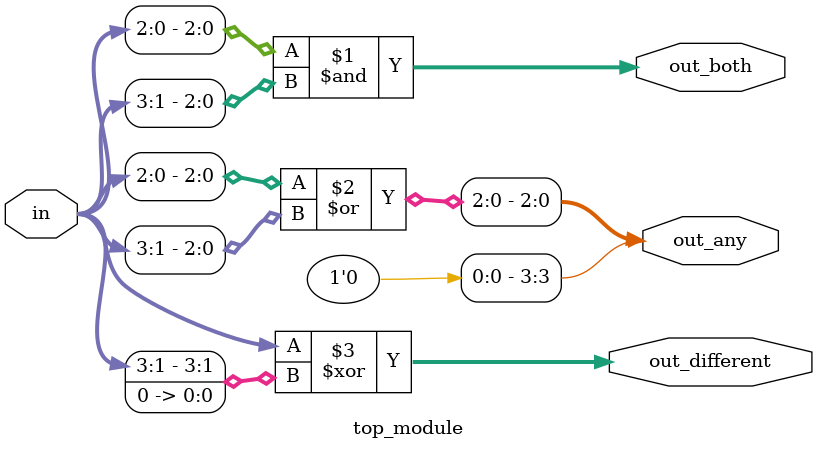
<source format=sv>
module top_module (
    input [3:0] in,
    output [2:0] out_both,
    output [3:0] out_any,
    output [3:0] out_different
);

assign out_both = in[2:0] & in[3:1];
assign out_any = {1'b0, in[2:0] | in[3:1]};
assign out_different = in ^ {in[3:1], 1'b0};

endmodule

</source>
